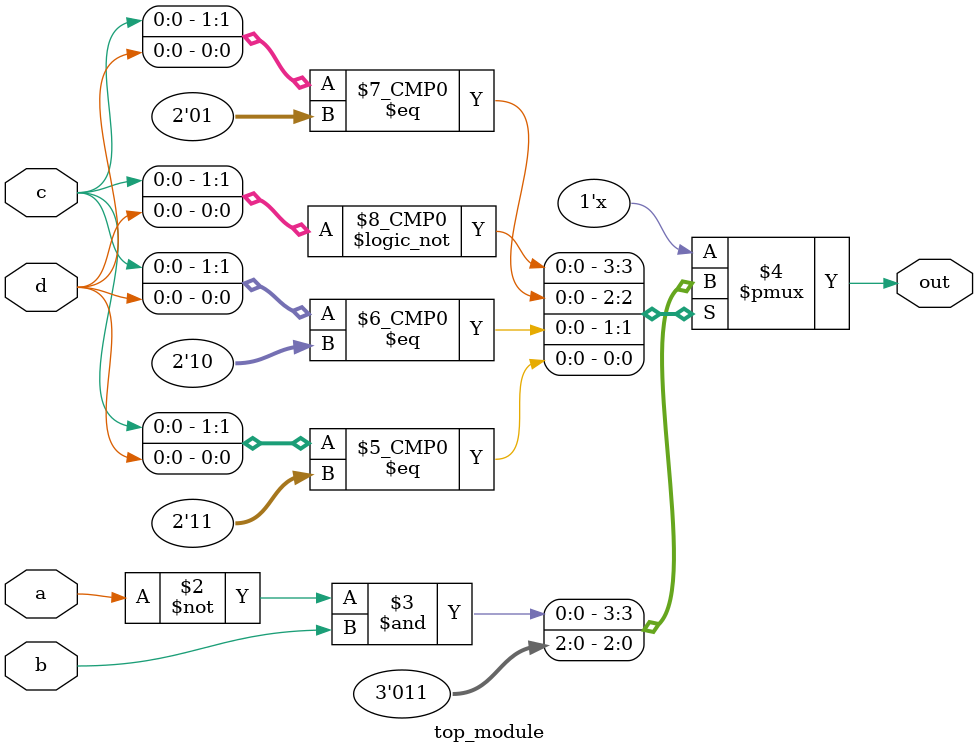
<source format=sv>
module top_module (
    input a, 
    input b,
    input c,
    input d,
    output reg out
);

always @(*) begin
    case ({c, d})
        2'b00: out = ~a & b;
        2'b01: out = 0;
        2'b10: out = 1;
        2'b11: out = 1;
    endcase
end

endmodule

</source>
